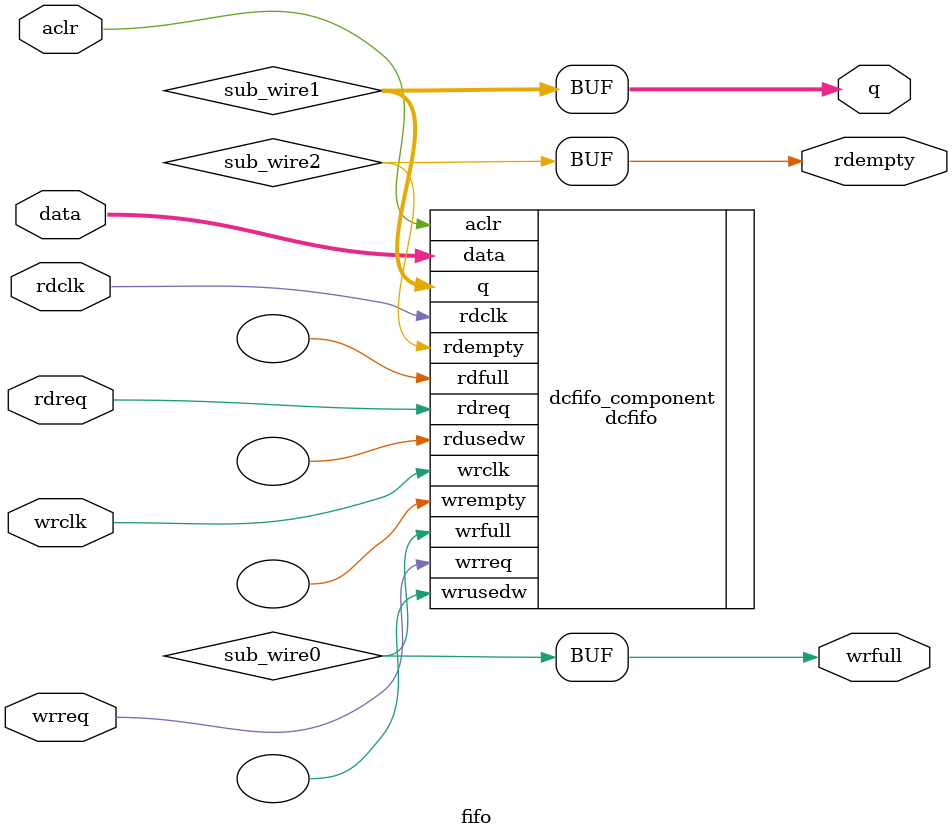
<source format=v>
module fifo (
	aclr,
	data,
	rdclk,
	rdreq,
	wrclk,
	wrreq,
	q,
	rdempty,
	wrfull);
	input	  aclr;
	input	[65:0]  data;
	input	  rdclk;
	input	  rdreq;
	input	  wrclk;
	input	  wrreq;
	output	[65:0]  q;
	output	  rdempty;
	output	  wrfull;
`ifndef ALTERA_RESERVED_QIS
// synopsys translate_off
`endif
	tri0	  aclr;
`ifndef ALTERA_RESERVED_QIS
// synopsys translate_on
`endif
	wire  sub_wire0;
	wire [65:0] sub_wire1;
	wire  sub_wire2;
	wire  wrfull = sub_wire0;
	wire [65:0] q = sub_wire1[65:0];
	wire  rdempty = sub_wire2;
	dcfifo	dcfifo_component (
				.rdclk (rdclk),
				.wrclk (wrclk),
				.wrreq (wrreq),
				.aclr (aclr),
				.data (data),
				.rdreq (rdreq),
				.wrfull (sub_wire0),
				.q (sub_wire1),
				.rdempty (sub_wire2),
				.rdfull (),
				.rdusedw (),
				.wrempty (),
				.wrusedw ());
	defparam
		dcfifo_component.intended_device_family = "Stratix V",
		dcfifo_component.lpm_numwords = 32,
		dcfifo_component.lpm_showahead = "OFF",
		dcfifo_component.lpm_type = "dcfifo",
		dcfifo_component.lpm_width = 66,
		dcfifo_component.lpm_widthu = 5,
		dcfifo_component.overflow_checking = "ON",
		dcfifo_component.rdsync_delaypipe = 4,
		dcfifo_component.read_aclr_synch = "OFF",
		dcfifo_component.underflow_checking = "ON",
		dcfifo_component.use_eab = "ON",
		dcfifo_component.write_aclr_synch = "OFF",
		dcfifo_component.wrsync_delaypipe = 4;
endmodule
</source>
